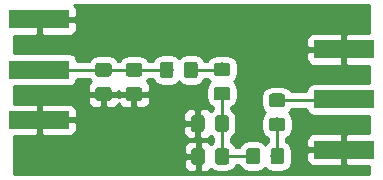
<source format=gbr>
G04 #@! TF.GenerationSoftware,KiCad,Pcbnew,(6.0.0-rc1-dev-305-gf0b8b21)*
G04 #@! TF.CreationDate,2020-01-07T14:49:24-08:00*
G04 #@! TF.ProjectId,Untitled,556E7469746C65642E6B696361645F70,rev?*
G04 #@! TF.SameCoordinates,Original*
G04 #@! TF.FileFunction,Copper,L1,Top,Signal*
G04 #@! TF.FilePolarity,Positive*
%FSLAX46Y46*%
G04 Gerber Fmt 4.6, Leading zero omitted, Abs format (unit mm)*
G04 Created by KiCad (PCBNEW (6.0.0-rc1-dev-305-gf0b8b21)) date Tuesday, January 07, 2020 at 02:49:24 PM*
%MOMM*%
%LPD*%
G01*
G04 APERTURE LIST*
G04 #@! TA.AperFunction,Conductor*
%ADD10C,0.100000*%
G04 #@! TD*
G04 #@! TA.AperFunction,SMDPad,CuDef*
%ADD11C,1.150000*%
G04 #@! TD*
G04 #@! TA.AperFunction,SMDPad,CuDef*
%ADD12R,5.080000X1.500000*%
G04 #@! TD*
G04 #@! TA.AperFunction,Conductor*
%ADD13C,0.250000*%
G04 #@! TD*
G04 #@! TA.AperFunction,Conductor*
%ADD14C,0.254000*%
G04 #@! TD*
G04 APERTURE END LIST*
D10*
G04 #@! TO.N,Net-(C1-Pad1)*
G04 #@! TO.C,C1*
G36*
X134053105Y-80731604D02*
X134077373Y-80735204D01*
X134101172Y-80741165D01*
X134124271Y-80749430D01*
X134146450Y-80759920D01*
X134167493Y-80772532D01*
X134187199Y-80787147D01*
X134205377Y-80803623D01*
X134221853Y-80821801D01*
X134236468Y-80841507D01*
X134249080Y-80862550D01*
X134259570Y-80884729D01*
X134267835Y-80907828D01*
X134273796Y-80931627D01*
X134277396Y-80955895D01*
X134278600Y-80980399D01*
X134278600Y-81630401D01*
X134277396Y-81654905D01*
X134273796Y-81679173D01*
X134267835Y-81702972D01*
X134259570Y-81726071D01*
X134249080Y-81748250D01*
X134236468Y-81769293D01*
X134221853Y-81788999D01*
X134205377Y-81807177D01*
X134187199Y-81823653D01*
X134167493Y-81838268D01*
X134146450Y-81850880D01*
X134124271Y-81861370D01*
X134101172Y-81869635D01*
X134077373Y-81875596D01*
X134053105Y-81879196D01*
X134028601Y-81880400D01*
X133128599Y-81880400D01*
X133104095Y-81879196D01*
X133079827Y-81875596D01*
X133056028Y-81869635D01*
X133032929Y-81861370D01*
X133010750Y-81850880D01*
X132989707Y-81838268D01*
X132970001Y-81823653D01*
X132951823Y-81807177D01*
X132935347Y-81788999D01*
X132920732Y-81769293D01*
X132908120Y-81748250D01*
X132897630Y-81726071D01*
X132889365Y-81702972D01*
X132883404Y-81679173D01*
X132879804Y-81654905D01*
X132878600Y-81630401D01*
X132878600Y-80980399D01*
X132879804Y-80955895D01*
X132883404Y-80931627D01*
X132889365Y-80907828D01*
X132897630Y-80884729D01*
X132908120Y-80862550D01*
X132920732Y-80841507D01*
X132935347Y-80821801D01*
X132951823Y-80803623D01*
X132970001Y-80787147D01*
X132989707Y-80772532D01*
X133010750Y-80759920D01*
X133032929Y-80749430D01*
X133056028Y-80741165D01*
X133079827Y-80735204D01*
X133104095Y-80731604D01*
X133128599Y-80730400D01*
X134028601Y-80730400D01*
X134053105Y-80731604D01*
X134053105Y-80731604D01*
G37*
D11*
G04 #@! TD*
G04 #@! TO.P,C1,1*
G04 #@! TO.N,Net-(C1-Pad1)*
X133578600Y-81305400D03*
D10*
G04 #@! TO.N,GND*
G04 #@! TO.C,C1*
G36*
X134053105Y-82781604D02*
X134077373Y-82785204D01*
X134101172Y-82791165D01*
X134124271Y-82799430D01*
X134146450Y-82809920D01*
X134167493Y-82822532D01*
X134187199Y-82837147D01*
X134205377Y-82853623D01*
X134221853Y-82871801D01*
X134236468Y-82891507D01*
X134249080Y-82912550D01*
X134259570Y-82934729D01*
X134267835Y-82957828D01*
X134273796Y-82981627D01*
X134277396Y-83005895D01*
X134278600Y-83030399D01*
X134278600Y-83680401D01*
X134277396Y-83704905D01*
X134273796Y-83729173D01*
X134267835Y-83752972D01*
X134259570Y-83776071D01*
X134249080Y-83798250D01*
X134236468Y-83819293D01*
X134221853Y-83838999D01*
X134205377Y-83857177D01*
X134187199Y-83873653D01*
X134167493Y-83888268D01*
X134146450Y-83900880D01*
X134124271Y-83911370D01*
X134101172Y-83919635D01*
X134077373Y-83925596D01*
X134053105Y-83929196D01*
X134028601Y-83930400D01*
X133128599Y-83930400D01*
X133104095Y-83929196D01*
X133079827Y-83925596D01*
X133056028Y-83919635D01*
X133032929Y-83911370D01*
X133010750Y-83900880D01*
X132989707Y-83888268D01*
X132970001Y-83873653D01*
X132951823Y-83857177D01*
X132935347Y-83838999D01*
X132920732Y-83819293D01*
X132908120Y-83798250D01*
X132897630Y-83776071D01*
X132889365Y-83752972D01*
X132883404Y-83729173D01*
X132879804Y-83704905D01*
X132878600Y-83680401D01*
X132878600Y-83030399D01*
X132879804Y-83005895D01*
X132883404Y-82981627D01*
X132889365Y-82957828D01*
X132897630Y-82934729D01*
X132908120Y-82912550D01*
X132920732Y-82891507D01*
X132935347Y-82871801D01*
X132951823Y-82853623D01*
X132970001Y-82837147D01*
X132989707Y-82822532D01*
X133010750Y-82809920D01*
X133032929Y-82799430D01*
X133056028Y-82791165D01*
X133079827Y-82785204D01*
X133104095Y-82781604D01*
X133128599Y-82780400D01*
X134028601Y-82780400D01*
X134053105Y-82781604D01*
X134053105Y-82781604D01*
G37*
D11*
G04 #@! TD*
G04 #@! TO.P,C1,2*
G04 #@! TO.N,GND*
X133578600Y-83355400D03*
D10*
G04 #@! TO.N,Net-(C1-Pad1)*
G04 #@! TO.C,C2*
G36*
X139287505Y-80606604D02*
X139311773Y-80610204D01*
X139335572Y-80616165D01*
X139358671Y-80624430D01*
X139380850Y-80634920D01*
X139401893Y-80647532D01*
X139421599Y-80662147D01*
X139439777Y-80678623D01*
X139456253Y-80696801D01*
X139470868Y-80716507D01*
X139483480Y-80737550D01*
X139493970Y-80759729D01*
X139502235Y-80782828D01*
X139508196Y-80806627D01*
X139511796Y-80830895D01*
X139513000Y-80855399D01*
X139513000Y-81755401D01*
X139511796Y-81779905D01*
X139508196Y-81804173D01*
X139502235Y-81827972D01*
X139493970Y-81851071D01*
X139483480Y-81873250D01*
X139470868Y-81894293D01*
X139456253Y-81913999D01*
X139439777Y-81932177D01*
X139421599Y-81948653D01*
X139401893Y-81963268D01*
X139380850Y-81975880D01*
X139358671Y-81986370D01*
X139335572Y-81994635D01*
X139311773Y-82000596D01*
X139287505Y-82004196D01*
X139263001Y-82005400D01*
X138612999Y-82005400D01*
X138588495Y-82004196D01*
X138564227Y-82000596D01*
X138540428Y-81994635D01*
X138517329Y-81986370D01*
X138495150Y-81975880D01*
X138474107Y-81963268D01*
X138454401Y-81948653D01*
X138436223Y-81932177D01*
X138419747Y-81913999D01*
X138405132Y-81894293D01*
X138392520Y-81873250D01*
X138382030Y-81851071D01*
X138373765Y-81827972D01*
X138367804Y-81804173D01*
X138364204Y-81779905D01*
X138363000Y-81755401D01*
X138363000Y-80855399D01*
X138364204Y-80830895D01*
X138367804Y-80806627D01*
X138373765Y-80782828D01*
X138382030Y-80759729D01*
X138392520Y-80737550D01*
X138405132Y-80716507D01*
X138419747Y-80696801D01*
X138436223Y-80678623D01*
X138454401Y-80662147D01*
X138474107Y-80647532D01*
X138495150Y-80634920D01*
X138517329Y-80624430D01*
X138540428Y-80616165D01*
X138564227Y-80610204D01*
X138588495Y-80606604D01*
X138612999Y-80605400D01*
X139263001Y-80605400D01*
X139287505Y-80606604D01*
X139287505Y-80606604D01*
G37*
D11*
G04 #@! TD*
G04 #@! TO.P,C2,2*
G04 #@! TO.N,Net-(C1-Pad1)*
X138938000Y-81305400D03*
D10*
G04 #@! TO.N,Net-(C2-Pad1)*
G04 #@! TO.C,C2*
G36*
X141337505Y-80606604D02*
X141361773Y-80610204D01*
X141385572Y-80616165D01*
X141408671Y-80624430D01*
X141430850Y-80634920D01*
X141451893Y-80647532D01*
X141471599Y-80662147D01*
X141489777Y-80678623D01*
X141506253Y-80696801D01*
X141520868Y-80716507D01*
X141533480Y-80737550D01*
X141543970Y-80759729D01*
X141552235Y-80782828D01*
X141558196Y-80806627D01*
X141561796Y-80830895D01*
X141563000Y-80855399D01*
X141563000Y-81755401D01*
X141561796Y-81779905D01*
X141558196Y-81804173D01*
X141552235Y-81827972D01*
X141543970Y-81851071D01*
X141533480Y-81873250D01*
X141520868Y-81894293D01*
X141506253Y-81913999D01*
X141489777Y-81932177D01*
X141471599Y-81948653D01*
X141451893Y-81963268D01*
X141430850Y-81975880D01*
X141408671Y-81986370D01*
X141385572Y-81994635D01*
X141361773Y-82000596D01*
X141337505Y-82004196D01*
X141313001Y-82005400D01*
X140662999Y-82005400D01*
X140638495Y-82004196D01*
X140614227Y-82000596D01*
X140590428Y-81994635D01*
X140567329Y-81986370D01*
X140545150Y-81975880D01*
X140524107Y-81963268D01*
X140504401Y-81948653D01*
X140486223Y-81932177D01*
X140469747Y-81913999D01*
X140455132Y-81894293D01*
X140442520Y-81873250D01*
X140432030Y-81851071D01*
X140423765Y-81827972D01*
X140417804Y-81804173D01*
X140414204Y-81779905D01*
X140413000Y-81755401D01*
X140413000Y-80855399D01*
X140414204Y-80830895D01*
X140417804Y-80806627D01*
X140423765Y-80782828D01*
X140432030Y-80759729D01*
X140442520Y-80737550D01*
X140455132Y-80716507D01*
X140469747Y-80696801D01*
X140486223Y-80678623D01*
X140504401Y-80662147D01*
X140524107Y-80647532D01*
X140545150Y-80634920D01*
X140567329Y-80624430D01*
X140590428Y-80616165D01*
X140614227Y-80610204D01*
X140638495Y-80606604D01*
X140662999Y-80605400D01*
X141313001Y-80605400D01*
X141337505Y-80606604D01*
X141337505Y-80606604D01*
G37*
D11*
G04 #@! TD*
G04 #@! TO.P,C2,1*
G04 #@! TO.N,Net-(C2-Pad1)*
X140988000Y-81305400D03*
D10*
G04 #@! TO.N,Net-(C3-Pad1)*
G04 #@! TO.C,C3*
G36*
X143970105Y-85153204D02*
X143994373Y-85156804D01*
X144018172Y-85162765D01*
X144041271Y-85171030D01*
X144063450Y-85181520D01*
X144084493Y-85194132D01*
X144104199Y-85208747D01*
X144122377Y-85225223D01*
X144138853Y-85243401D01*
X144153468Y-85263107D01*
X144166080Y-85284150D01*
X144176570Y-85306329D01*
X144184835Y-85329428D01*
X144190796Y-85353227D01*
X144194396Y-85377495D01*
X144195600Y-85401999D01*
X144195600Y-86302001D01*
X144194396Y-86326505D01*
X144190796Y-86350773D01*
X144184835Y-86374572D01*
X144176570Y-86397671D01*
X144166080Y-86419850D01*
X144153468Y-86440893D01*
X144138853Y-86460599D01*
X144122377Y-86478777D01*
X144104199Y-86495253D01*
X144084493Y-86509868D01*
X144063450Y-86522480D01*
X144041271Y-86532970D01*
X144018172Y-86541235D01*
X143994373Y-86547196D01*
X143970105Y-86550796D01*
X143945601Y-86552000D01*
X143295599Y-86552000D01*
X143271095Y-86550796D01*
X143246827Y-86547196D01*
X143223028Y-86541235D01*
X143199929Y-86532970D01*
X143177750Y-86522480D01*
X143156707Y-86509868D01*
X143137001Y-86495253D01*
X143118823Y-86478777D01*
X143102347Y-86460599D01*
X143087732Y-86440893D01*
X143075120Y-86419850D01*
X143064630Y-86397671D01*
X143056365Y-86374572D01*
X143050404Y-86350773D01*
X143046804Y-86326505D01*
X143045600Y-86302001D01*
X143045600Y-85401999D01*
X143046804Y-85377495D01*
X143050404Y-85353227D01*
X143056365Y-85329428D01*
X143064630Y-85306329D01*
X143075120Y-85284150D01*
X143087732Y-85263107D01*
X143102347Y-85243401D01*
X143118823Y-85225223D01*
X143137001Y-85208747D01*
X143156707Y-85194132D01*
X143177750Y-85181520D01*
X143199929Y-85171030D01*
X143223028Y-85162765D01*
X143246827Y-85156804D01*
X143271095Y-85153204D01*
X143295599Y-85152000D01*
X143945601Y-85152000D01*
X143970105Y-85153204D01*
X143970105Y-85153204D01*
G37*
D11*
G04 #@! TD*
G04 #@! TO.P,C3,1*
G04 #@! TO.N,Net-(C3-Pad1)*
X143620600Y-85852000D03*
D10*
G04 #@! TO.N,GND*
G04 #@! TO.C,C3*
G36*
X141920105Y-85153204D02*
X141944373Y-85156804D01*
X141968172Y-85162765D01*
X141991271Y-85171030D01*
X142013450Y-85181520D01*
X142034493Y-85194132D01*
X142054199Y-85208747D01*
X142072377Y-85225223D01*
X142088853Y-85243401D01*
X142103468Y-85263107D01*
X142116080Y-85284150D01*
X142126570Y-85306329D01*
X142134835Y-85329428D01*
X142140796Y-85353227D01*
X142144396Y-85377495D01*
X142145600Y-85401999D01*
X142145600Y-86302001D01*
X142144396Y-86326505D01*
X142140796Y-86350773D01*
X142134835Y-86374572D01*
X142126570Y-86397671D01*
X142116080Y-86419850D01*
X142103468Y-86440893D01*
X142088853Y-86460599D01*
X142072377Y-86478777D01*
X142054199Y-86495253D01*
X142034493Y-86509868D01*
X142013450Y-86522480D01*
X141991271Y-86532970D01*
X141968172Y-86541235D01*
X141944373Y-86547196D01*
X141920105Y-86550796D01*
X141895601Y-86552000D01*
X141245599Y-86552000D01*
X141221095Y-86550796D01*
X141196827Y-86547196D01*
X141173028Y-86541235D01*
X141149929Y-86532970D01*
X141127750Y-86522480D01*
X141106707Y-86509868D01*
X141087001Y-86495253D01*
X141068823Y-86478777D01*
X141052347Y-86460599D01*
X141037732Y-86440893D01*
X141025120Y-86419850D01*
X141014630Y-86397671D01*
X141006365Y-86374572D01*
X141000404Y-86350773D01*
X140996804Y-86326505D01*
X140995600Y-86302001D01*
X140995600Y-85401999D01*
X140996804Y-85377495D01*
X141000404Y-85353227D01*
X141006365Y-85329428D01*
X141014630Y-85306329D01*
X141025120Y-85284150D01*
X141037732Y-85263107D01*
X141052347Y-85243401D01*
X141068823Y-85225223D01*
X141087001Y-85208747D01*
X141106707Y-85194132D01*
X141127750Y-85181520D01*
X141149929Y-85171030D01*
X141173028Y-85162765D01*
X141196827Y-85156804D01*
X141221095Y-85153204D01*
X141245599Y-85152000D01*
X141895601Y-85152000D01*
X141920105Y-85153204D01*
X141920105Y-85153204D01*
G37*
D11*
G04 #@! TD*
G04 #@! TO.P,C3,2*
G04 #@! TO.N,GND*
X141570600Y-85852000D03*
D10*
G04 #@! TO.N,Net-(C3-Pad1)*
G04 #@! TO.C,C4*
G36*
X146610105Y-87921804D02*
X146634373Y-87925404D01*
X146658172Y-87931365D01*
X146681271Y-87939630D01*
X146703450Y-87950120D01*
X146724493Y-87962732D01*
X146744199Y-87977347D01*
X146762377Y-87993823D01*
X146778853Y-88012001D01*
X146793468Y-88031707D01*
X146806080Y-88052750D01*
X146816570Y-88074929D01*
X146824835Y-88098028D01*
X146830796Y-88121827D01*
X146834396Y-88146095D01*
X146835600Y-88170599D01*
X146835600Y-89070601D01*
X146834396Y-89095105D01*
X146830796Y-89119373D01*
X146824835Y-89143172D01*
X146816570Y-89166271D01*
X146806080Y-89188450D01*
X146793468Y-89209493D01*
X146778853Y-89229199D01*
X146762377Y-89247377D01*
X146744199Y-89263853D01*
X146724493Y-89278468D01*
X146703450Y-89291080D01*
X146681271Y-89301570D01*
X146658172Y-89309835D01*
X146634373Y-89315796D01*
X146610105Y-89319396D01*
X146585601Y-89320600D01*
X145935599Y-89320600D01*
X145911095Y-89319396D01*
X145886827Y-89315796D01*
X145863028Y-89309835D01*
X145839929Y-89301570D01*
X145817750Y-89291080D01*
X145796707Y-89278468D01*
X145777001Y-89263853D01*
X145758823Y-89247377D01*
X145742347Y-89229199D01*
X145727732Y-89209493D01*
X145715120Y-89188450D01*
X145704630Y-89166271D01*
X145696365Y-89143172D01*
X145690404Y-89119373D01*
X145686804Y-89095105D01*
X145685600Y-89070601D01*
X145685600Y-88170599D01*
X145686804Y-88146095D01*
X145690404Y-88121827D01*
X145696365Y-88098028D01*
X145704630Y-88074929D01*
X145715120Y-88052750D01*
X145727732Y-88031707D01*
X145742347Y-88012001D01*
X145758823Y-87993823D01*
X145777001Y-87977347D01*
X145796707Y-87962732D01*
X145817750Y-87950120D01*
X145839929Y-87939630D01*
X145863028Y-87931365D01*
X145886827Y-87925404D01*
X145911095Y-87921804D01*
X145935599Y-87920600D01*
X146585601Y-87920600D01*
X146610105Y-87921804D01*
X146610105Y-87921804D01*
G37*
D11*
G04 #@! TD*
G04 #@! TO.P,C4,2*
G04 #@! TO.N,Net-(C3-Pad1)*
X146260600Y-88620600D03*
D10*
G04 #@! TO.N,Net-(C4-Pad1)*
G04 #@! TO.C,C4*
G36*
X148660105Y-87921804D02*
X148684373Y-87925404D01*
X148708172Y-87931365D01*
X148731271Y-87939630D01*
X148753450Y-87950120D01*
X148774493Y-87962732D01*
X148794199Y-87977347D01*
X148812377Y-87993823D01*
X148828853Y-88012001D01*
X148843468Y-88031707D01*
X148856080Y-88052750D01*
X148866570Y-88074929D01*
X148874835Y-88098028D01*
X148880796Y-88121827D01*
X148884396Y-88146095D01*
X148885600Y-88170599D01*
X148885600Y-89070601D01*
X148884396Y-89095105D01*
X148880796Y-89119373D01*
X148874835Y-89143172D01*
X148866570Y-89166271D01*
X148856080Y-89188450D01*
X148843468Y-89209493D01*
X148828853Y-89229199D01*
X148812377Y-89247377D01*
X148794199Y-89263853D01*
X148774493Y-89278468D01*
X148753450Y-89291080D01*
X148731271Y-89301570D01*
X148708172Y-89309835D01*
X148684373Y-89315796D01*
X148660105Y-89319396D01*
X148635601Y-89320600D01*
X147985599Y-89320600D01*
X147961095Y-89319396D01*
X147936827Y-89315796D01*
X147913028Y-89309835D01*
X147889929Y-89301570D01*
X147867750Y-89291080D01*
X147846707Y-89278468D01*
X147827001Y-89263853D01*
X147808823Y-89247377D01*
X147792347Y-89229199D01*
X147777732Y-89209493D01*
X147765120Y-89188450D01*
X147754630Y-89166271D01*
X147746365Y-89143172D01*
X147740404Y-89119373D01*
X147736804Y-89095105D01*
X147735600Y-89070601D01*
X147735600Y-88170599D01*
X147736804Y-88146095D01*
X147740404Y-88121827D01*
X147746365Y-88098028D01*
X147754630Y-88074929D01*
X147765120Y-88052750D01*
X147777732Y-88031707D01*
X147792347Y-88012001D01*
X147808823Y-87993823D01*
X147827001Y-87977347D01*
X147846707Y-87962732D01*
X147867750Y-87950120D01*
X147889929Y-87939630D01*
X147913028Y-87931365D01*
X147936827Y-87925404D01*
X147961095Y-87921804D01*
X147985599Y-87920600D01*
X148635601Y-87920600D01*
X148660105Y-87921804D01*
X148660105Y-87921804D01*
G37*
D11*
G04 #@! TD*
G04 #@! TO.P,C4,1*
G04 #@! TO.N,Net-(C4-Pad1)*
X148310600Y-88620600D03*
D12*
G04 #@! TO.P,J1,2*
G04 #@! TO.N,GND*
X128143000Y-77047001D03*
X128143000Y-85547001D03*
G04 #@! TO.P,J1,1*
G04 #@! TO.N,Net-(C1-Pad1)*
X128143000Y-81297001D03*
G04 #@! TD*
G04 #@! TO.P,J2,1*
G04 #@! TO.N,Net-(J2-Pad1)*
X153949400Y-83820000D03*
G04 #@! TO.P,J2,2*
G04 #@! TO.N,GND*
X153949400Y-79570000D03*
X153949400Y-88070000D03*
G04 #@! TD*
D10*
G04 #@! TO.N,Net-(C1-Pad1)*
G04 #@! TO.C,L1*
G36*
X136643905Y-80731604D02*
X136668173Y-80735204D01*
X136691972Y-80741165D01*
X136715071Y-80749430D01*
X136737250Y-80759920D01*
X136758293Y-80772532D01*
X136777999Y-80787147D01*
X136796177Y-80803623D01*
X136812653Y-80821801D01*
X136827268Y-80841507D01*
X136839880Y-80862550D01*
X136850370Y-80884729D01*
X136858635Y-80907828D01*
X136864596Y-80931627D01*
X136868196Y-80955895D01*
X136869400Y-80980399D01*
X136869400Y-81630401D01*
X136868196Y-81654905D01*
X136864596Y-81679173D01*
X136858635Y-81702972D01*
X136850370Y-81726071D01*
X136839880Y-81748250D01*
X136827268Y-81769293D01*
X136812653Y-81788999D01*
X136796177Y-81807177D01*
X136777999Y-81823653D01*
X136758293Y-81838268D01*
X136737250Y-81850880D01*
X136715071Y-81861370D01*
X136691972Y-81869635D01*
X136668173Y-81875596D01*
X136643905Y-81879196D01*
X136619401Y-81880400D01*
X135719399Y-81880400D01*
X135694895Y-81879196D01*
X135670627Y-81875596D01*
X135646828Y-81869635D01*
X135623729Y-81861370D01*
X135601550Y-81850880D01*
X135580507Y-81838268D01*
X135560801Y-81823653D01*
X135542623Y-81807177D01*
X135526147Y-81788999D01*
X135511532Y-81769293D01*
X135498920Y-81748250D01*
X135488430Y-81726071D01*
X135480165Y-81702972D01*
X135474204Y-81679173D01*
X135470604Y-81654905D01*
X135469400Y-81630401D01*
X135469400Y-80980399D01*
X135470604Y-80955895D01*
X135474204Y-80931627D01*
X135480165Y-80907828D01*
X135488430Y-80884729D01*
X135498920Y-80862550D01*
X135511532Y-80841507D01*
X135526147Y-80821801D01*
X135542623Y-80803623D01*
X135560801Y-80787147D01*
X135580507Y-80772532D01*
X135601550Y-80759920D01*
X135623729Y-80749430D01*
X135646828Y-80741165D01*
X135670627Y-80735204D01*
X135694895Y-80731604D01*
X135719399Y-80730400D01*
X136619401Y-80730400D01*
X136643905Y-80731604D01*
X136643905Y-80731604D01*
G37*
D11*
G04 #@! TD*
G04 #@! TO.P,L1,1*
G04 #@! TO.N,Net-(C1-Pad1)*
X136169400Y-81305400D03*
D10*
G04 #@! TO.N,GND*
G04 #@! TO.C,L1*
G36*
X136643905Y-82781604D02*
X136668173Y-82785204D01*
X136691972Y-82791165D01*
X136715071Y-82799430D01*
X136737250Y-82809920D01*
X136758293Y-82822532D01*
X136777999Y-82837147D01*
X136796177Y-82853623D01*
X136812653Y-82871801D01*
X136827268Y-82891507D01*
X136839880Y-82912550D01*
X136850370Y-82934729D01*
X136858635Y-82957828D01*
X136864596Y-82981627D01*
X136868196Y-83005895D01*
X136869400Y-83030399D01*
X136869400Y-83680401D01*
X136868196Y-83704905D01*
X136864596Y-83729173D01*
X136858635Y-83752972D01*
X136850370Y-83776071D01*
X136839880Y-83798250D01*
X136827268Y-83819293D01*
X136812653Y-83838999D01*
X136796177Y-83857177D01*
X136777999Y-83873653D01*
X136758293Y-83888268D01*
X136737250Y-83900880D01*
X136715071Y-83911370D01*
X136691972Y-83919635D01*
X136668173Y-83925596D01*
X136643905Y-83929196D01*
X136619401Y-83930400D01*
X135719399Y-83930400D01*
X135694895Y-83929196D01*
X135670627Y-83925596D01*
X135646828Y-83919635D01*
X135623729Y-83911370D01*
X135601550Y-83900880D01*
X135580507Y-83888268D01*
X135560801Y-83873653D01*
X135542623Y-83857177D01*
X135526147Y-83838999D01*
X135511532Y-83819293D01*
X135498920Y-83798250D01*
X135488430Y-83776071D01*
X135480165Y-83752972D01*
X135474204Y-83729173D01*
X135470604Y-83704905D01*
X135469400Y-83680401D01*
X135469400Y-83030399D01*
X135470604Y-83005895D01*
X135474204Y-82981627D01*
X135480165Y-82957828D01*
X135488430Y-82934729D01*
X135498920Y-82912550D01*
X135511532Y-82891507D01*
X135526147Y-82871801D01*
X135542623Y-82853623D01*
X135560801Y-82837147D01*
X135580507Y-82822532D01*
X135601550Y-82809920D01*
X135623729Y-82799430D01*
X135646828Y-82791165D01*
X135670627Y-82785204D01*
X135694895Y-82781604D01*
X135719399Y-82780400D01*
X136619401Y-82780400D01*
X136643905Y-82781604D01*
X136643905Y-82781604D01*
G37*
D11*
G04 #@! TD*
G04 #@! TO.P,L1,2*
G04 #@! TO.N,GND*
X136169400Y-83355400D03*
D10*
G04 #@! TO.N,Net-(C3-Pad1)*
G04 #@! TO.C,L2*
G36*
X144095105Y-82747204D02*
X144119373Y-82750804D01*
X144143172Y-82756765D01*
X144166271Y-82765030D01*
X144188450Y-82775520D01*
X144209493Y-82788132D01*
X144229199Y-82802747D01*
X144247377Y-82819223D01*
X144263853Y-82837401D01*
X144278468Y-82857107D01*
X144291080Y-82878150D01*
X144301570Y-82900329D01*
X144309835Y-82923428D01*
X144315796Y-82947227D01*
X144319396Y-82971495D01*
X144320600Y-82995999D01*
X144320600Y-83646001D01*
X144319396Y-83670505D01*
X144315796Y-83694773D01*
X144309835Y-83718572D01*
X144301570Y-83741671D01*
X144291080Y-83763850D01*
X144278468Y-83784893D01*
X144263853Y-83804599D01*
X144247377Y-83822777D01*
X144229199Y-83839253D01*
X144209493Y-83853868D01*
X144188450Y-83866480D01*
X144166271Y-83876970D01*
X144143172Y-83885235D01*
X144119373Y-83891196D01*
X144095105Y-83894796D01*
X144070601Y-83896000D01*
X143170599Y-83896000D01*
X143146095Y-83894796D01*
X143121827Y-83891196D01*
X143098028Y-83885235D01*
X143074929Y-83876970D01*
X143052750Y-83866480D01*
X143031707Y-83853868D01*
X143012001Y-83839253D01*
X142993823Y-83822777D01*
X142977347Y-83804599D01*
X142962732Y-83784893D01*
X142950120Y-83763850D01*
X142939630Y-83741671D01*
X142931365Y-83718572D01*
X142925404Y-83694773D01*
X142921804Y-83670505D01*
X142920600Y-83646001D01*
X142920600Y-82995999D01*
X142921804Y-82971495D01*
X142925404Y-82947227D01*
X142931365Y-82923428D01*
X142939630Y-82900329D01*
X142950120Y-82878150D01*
X142962732Y-82857107D01*
X142977347Y-82837401D01*
X142993823Y-82819223D01*
X143012001Y-82802747D01*
X143031707Y-82788132D01*
X143052750Y-82775520D01*
X143074929Y-82765030D01*
X143098028Y-82756765D01*
X143121827Y-82750804D01*
X143146095Y-82747204D01*
X143170599Y-82746000D01*
X144070601Y-82746000D01*
X144095105Y-82747204D01*
X144095105Y-82747204D01*
G37*
D11*
G04 #@! TD*
G04 #@! TO.P,L2,2*
G04 #@! TO.N,Net-(C3-Pad1)*
X143620600Y-83321000D03*
D10*
G04 #@! TO.N,Net-(C2-Pad1)*
G04 #@! TO.C,L2*
G36*
X144095105Y-80697204D02*
X144119373Y-80700804D01*
X144143172Y-80706765D01*
X144166271Y-80715030D01*
X144188450Y-80725520D01*
X144209493Y-80738132D01*
X144229199Y-80752747D01*
X144247377Y-80769223D01*
X144263853Y-80787401D01*
X144278468Y-80807107D01*
X144291080Y-80828150D01*
X144301570Y-80850329D01*
X144309835Y-80873428D01*
X144315796Y-80897227D01*
X144319396Y-80921495D01*
X144320600Y-80945999D01*
X144320600Y-81596001D01*
X144319396Y-81620505D01*
X144315796Y-81644773D01*
X144309835Y-81668572D01*
X144301570Y-81691671D01*
X144291080Y-81713850D01*
X144278468Y-81734893D01*
X144263853Y-81754599D01*
X144247377Y-81772777D01*
X144229199Y-81789253D01*
X144209493Y-81803868D01*
X144188450Y-81816480D01*
X144166271Y-81826970D01*
X144143172Y-81835235D01*
X144119373Y-81841196D01*
X144095105Y-81844796D01*
X144070601Y-81846000D01*
X143170599Y-81846000D01*
X143146095Y-81844796D01*
X143121827Y-81841196D01*
X143098028Y-81835235D01*
X143074929Y-81826970D01*
X143052750Y-81816480D01*
X143031707Y-81803868D01*
X143012001Y-81789253D01*
X142993823Y-81772777D01*
X142977347Y-81754599D01*
X142962732Y-81734893D01*
X142950120Y-81713850D01*
X142939630Y-81691671D01*
X142931365Y-81668572D01*
X142925404Y-81644773D01*
X142921804Y-81620505D01*
X142920600Y-81596001D01*
X142920600Y-80945999D01*
X142921804Y-80921495D01*
X142925404Y-80897227D01*
X142931365Y-80873428D01*
X142939630Y-80850329D01*
X142950120Y-80828150D01*
X142962732Y-80807107D01*
X142977347Y-80787401D01*
X142993823Y-80769223D01*
X143012001Y-80752747D01*
X143031707Y-80738132D01*
X143052750Y-80725520D01*
X143074929Y-80715030D01*
X143098028Y-80706765D01*
X143121827Y-80700804D01*
X143146095Y-80697204D01*
X143170599Y-80696000D01*
X144070601Y-80696000D01*
X144095105Y-80697204D01*
X144095105Y-80697204D01*
G37*
D11*
G04 #@! TD*
G04 #@! TO.P,L2,1*
G04 #@! TO.N,Net-(C2-Pad1)*
X143620600Y-81271000D03*
D10*
G04 #@! TO.N,Net-(C3-Pad1)*
G04 #@! TO.C,L3*
G36*
X143995505Y-87938204D02*
X144019773Y-87941804D01*
X144043572Y-87947765D01*
X144066671Y-87956030D01*
X144088850Y-87966520D01*
X144109893Y-87979132D01*
X144129599Y-87993747D01*
X144147777Y-88010223D01*
X144164253Y-88028401D01*
X144178868Y-88048107D01*
X144191480Y-88069150D01*
X144201970Y-88091329D01*
X144210235Y-88114428D01*
X144216196Y-88138227D01*
X144219796Y-88162495D01*
X144221000Y-88186999D01*
X144221000Y-89087001D01*
X144219796Y-89111505D01*
X144216196Y-89135773D01*
X144210235Y-89159572D01*
X144201970Y-89182671D01*
X144191480Y-89204850D01*
X144178868Y-89225893D01*
X144164253Y-89245599D01*
X144147777Y-89263777D01*
X144129599Y-89280253D01*
X144109893Y-89294868D01*
X144088850Y-89307480D01*
X144066671Y-89317970D01*
X144043572Y-89326235D01*
X144019773Y-89332196D01*
X143995505Y-89335796D01*
X143971001Y-89337000D01*
X143320999Y-89337000D01*
X143296495Y-89335796D01*
X143272227Y-89332196D01*
X143248428Y-89326235D01*
X143225329Y-89317970D01*
X143203150Y-89307480D01*
X143182107Y-89294868D01*
X143162401Y-89280253D01*
X143144223Y-89263777D01*
X143127747Y-89245599D01*
X143113132Y-89225893D01*
X143100520Y-89204850D01*
X143090030Y-89182671D01*
X143081765Y-89159572D01*
X143075804Y-89135773D01*
X143072204Y-89111505D01*
X143071000Y-89087001D01*
X143071000Y-88186999D01*
X143072204Y-88162495D01*
X143075804Y-88138227D01*
X143081765Y-88114428D01*
X143090030Y-88091329D01*
X143100520Y-88069150D01*
X143113132Y-88048107D01*
X143127747Y-88028401D01*
X143144223Y-88010223D01*
X143162401Y-87993747D01*
X143182107Y-87979132D01*
X143203150Y-87966520D01*
X143225329Y-87956030D01*
X143248428Y-87947765D01*
X143272227Y-87941804D01*
X143296495Y-87938204D01*
X143320999Y-87937000D01*
X143971001Y-87937000D01*
X143995505Y-87938204D01*
X143995505Y-87938204D01*
G37*
D11*
G04 #@! TD*
G04 #@! TO.P,L3,1*
G04 #@! TO.N,Net-(C3-Pad1)*
X143646000Y-88637000D03*
D10*
G04 #@! TO.N,GND*
G04 #@! TO.C,L3*
G36*
X141945505Y-87938204D02*
X141969773Y-87941804D01*
X141993572Y-87947765D01*
X142016671Y-87956030D01*
X142038850Y-87966520D01*
X142059893Y-87979132D01*
X142079599Y-87993747D01*
X142097777Y-88010223D01*
X142114253Y-88028401D01*
X142128868Y-88048107D01*
X142141480Y-88069150D01*
X142151970Y-88091329D01*
X142160235Y-88114428D01*
X142166196Y-88138227D01*
X142169796Y-88162495D01*
X142171000Y-88186999D01*
X142171000Y-89087001D01*
X142169796Y-89111505D01*
X142166196Y-89135773D01*
X142160235Y-89159572D01*
X142151970Y-89182671D01*
X142141480Y-89204850D01*
X142128868Y-89225893D01*
X142114253Y-89245599D01*
X142097777Y-89263777D01*
X142079599Y-89280253D01*
X142059893Y-89294868D01*
X142038850Y-89307480D01*
X142016671Y-89317970D01*
X141993572Y-89326235D01*
X141969773Y-89332196D01*
X141945505Y-89335796D01*
X141921001Y-89337000D01*
X141270999Y-89337000D01*
X141246495Y-89335796D01*
X141222227Y-89332196D01*
X141198428Y-89326235D01*
X141175329Y-89317970D01*
X141153150Y-89307480D01*
X141132107Y-89294868D01*
X141112401Y-89280253D01*
X141094223Y-89263777D01*
X141077747Y-89245599D01*
X141063132Y-89225893D01*
X141050520Y-89204850D01*
X141040030Y-89182671D01*
X141031765Y-89159572D01*
X141025804Y-89135773D01*
X141022204Y-89111505D01*
X141021000Y-89087001D01*
X141021000Y-88186999D01*
X141022204Y-88162495D01*
X141025804Y-88138227D01*
X141031765Y-88114428D01*
X141040030Y-88091329D01*
X141050520Y-88069150D01*
X141063132Y-88048107D01*
X141077747Y-88028401D01*
X141094223Y-88010223D01*
X141112401Y-87993747D01*
X141132107Y-87979132D01*
X141153150Y-87966520D01*
X141175329Y-87956030D01*
X141198428Y-87947765D01*
X141222227Y-87941804D01*
X141246495Y-87938204D01*
X141270999Y-87937000D01*
X141921001Y-87937000D01*
X141945505Y-87938204D01*
X141945505Y-87938204D01*
G37*
D11*
G04 #@! TD*
G04 #@! TO.P,L3,2*
G04 #@! TO.N,GND*
X141596000Y-88637000D03*
D10*
G04 #@! TO.N,Net-(J2-Pad1)*
G04 #@! TO.C,L4*
G36*
X148750705Y-83313404D02*
X148774973Y-83317004D01*
X148798772Y-83322965D01*
X148821871Y-83331230D01*
X148844050Y-83341720D01*
X148865093Y-83354332D01*
X148884799Y-83368947D01*
X148902977Y-83385423D01*
X148919453Y-83403601D01*
X148934068Y-83423307D01*
X148946680Y-83444350D01*
X148957170Y-83466529D01*
X148965435Y-83489628D01*
X148971396Y-83513427D01*
X148974996Y-83537695D01*
X148976200Y-83562199D01*
X148976200Y-84212201D01*
X148974996Y-84236705D01*
X148971396Y-84260973D01*
X148965435Y-84284772D01*
X148957170Y-84307871D01*
X148946680Y-84330050D01*
X148934068Y-84351093D01*
X148919453Y-84370799D01*
X148902977Y-84388977D01*
X148884799Y-84405453D01*
X148865093Y-84420068D01*
X148844050Y-84432680D01*
X148821871Y-84443170D01*
X148798772Y-84451435D01*
X148774973Y-84457396D01*
X148750705Y-84460996D01*
X148726201Y-84462200D01*
X147826199Y-84462200D01*
X147801695Y-84460996D01*
X147777427Y-84457396D01*
X147753628Y-84451435D01*
X147730529Y-84443170D01*
X147708350Y-84432680D01*
X147687307Y-84420068D01*
X147667601Y-84405453D01*
X147649423Y-84388977D01*
X147632947Y-84370799D01*
X147618332Y-84351093D01*
X147605720Y-84330050D01*
X147595230Y-84307871D01*
X147586965Y-84284772D01*
X147581004Y-84260973D01*
X147577404Y-84236705D01*
X147576200Y-84212201D01*
X147576200Y-83562199D01*
X147577404Y-83537695D01*
X147581004Y-83513427D01*
X147586965Y-83489628D01*
X147595230Y-83466529D01*
X147605720Y-83444350D01*
X147618332Y-83423307D01*
X147632947Y-83403601D01*
X147649423Y-83385423D01*
X147667601Y-83368947D01*
X147687307Y-83354332D01*
X147708350Y-83341720D01*
X147730529Y-83331230D01*
X147753628Y-83322965D01*
X147777427Y-83317004D01*
X147801695Y-83313404D01*
X147826199Y-83312200D01*
X148726201Y-83312200D01*
X148750705Y-83313404D01*
X148750705Y-83313404D01*
G37*
D11*
G04 #@! TD*
G04 #@! TO.P,L4,2*
G04 #@! TO.N,Net-(J2-Pad1)*
X148276200Y-83887200D03*
D10*
G04 #@! TO.N,Net-(C4-Pad1)*
G04 #@! TO.C,L4*
G36*
X148750705Y-85363404D02*
X148774973Y-85367004D01*
X148798772Y-85372965D01*
X148821871Y-85381230D01*
X148844050Y-85391720D01*
X148865093Y-85404332D01*
X148884799Y-85418947D01*
X148902977Y-85435423D01*
X148919453Y-85453601D01*
X148934068Y-85473307D01*
X148946680Y-85494350D01*
X148957170Y-85516529D01*
X148965435Y-85539628D01*
X148971396Y-85563427D01*
X148974996Y-85587695D01*
X148976200Y-85612199D01*
X148976200Y-86262201D01*
X148974996Y-86286705D01*
X148971396Y-86310973D01*
X148965435Y-86334772D01*
X148957170Y-86357871D01*
X148946680Y-86380050D01*
X148934068Y-86401093D01*
X148919453Y-86420799D01*
X148902977Y-86438977D01*
X148884799Y-86455453D01*
X148865093Y-86470068D01*
X148844050Y-86482680D01*
X148821871Y-86493170D01*
X148798772Y-86501435D01*
X148774973Y-86507396D01*
X148750705Y-86510996D01*
X148726201Y-86512200D01*
X147826199Y-86512200D01*
X147801695Y-86510996D01*
X147777427Y-86507396D01*
X147753628Y-86501435D01*
X147730529Y-86493170D01*
X147708350Y-86482680D01*
X147687307Y-86470068D01*
X147667601Y-86455453D01*
X147649423Y-86438977D01*
X147632947Y-86420799D01*
X147618332Y-86401093D01*
X147605720Y-86380050D01*
X147595230Y-86357871D01*
X147586965Y-86334772D01*
X147581004Y-86310973D01*
X147577404Y-86286705D01*
X147576200Y-86262201D01*
X147576200Y-85612199D01*
X147577404Y-85587695D01*
X147581004Y-85563427D01*
X147586965Y-85539628D01*
X147595230Y-85516529D01*
X147605720Y-85494350D01*
X147618332Y-85473307D01*
X147632947Y-85453601D01*
X147649423Y-85435423D01*
X147667601Y-85418947D01*
X147687307Y-85404332D01*
X147708350Y-85391720D01*
X147730529Y-85381230D01*
X147753628Y-85372965D01*
X147777427Y-85367004D01*
X147801695Y-85363404D01*
X147826199Y-85362200D01*
X148726201Y-85362200D01*
X148750705Y-85363404D01*
X148750705Y-85363404D01*
G37*
D11*
G04 #@! TD*
G04 #@! TO.P,L4,1*
G04 #@! TO.N,Net-(C4-Pad1)*
X148276200Y-85937200D03*
D13*
G04 #@! TO.N,Net-(C1-Pad1)*
X138929601Y-81297001D02*
X138938000Y-81305400D01*
X128143000Y-81297001D02*
X138929601Y-81297001D01*
G04 #@! TO.N,Net-(C2-Pad1)*
X143586200Y-81305400D02*
X143620600Y-81271000D01*
X140988000Y-81305400D02*
X143586200Y-81305400D01*
G04 #@! TO.N,Net-(C3-Pad1)*
X143620600Y-83321000D02*
X143620600Y-85852000D01*
X146244200Y-88637000D02*
X146260600Y-88620600D01*
X143646000Y-88637000D02*
X146244200Y-88637000D01*
X143620600Y-88611600D02*
X143646000Y-88637000D01*
X143620600Y-85852000D02*
X143620600Y-88611600D01*
G04 #@! TO.N,Net-(C4-Pad1)*
X148310600Y-85971600D02*
X148276200Y-85937200D01*
X148310600Y-88620600D02*
X148310600Y-85971600D01*
G04 #@! TO.N,Net-(J2-Pad1)*
X153882200Y-83887200D02*
X153949400Y-83820000D01*
X148276200Y-83887200D02*
X153882200Y-83887200D01*
G04 #@! TD*
D14*
G04 #@! TO.N,GND*
G36*
X132494014Y-82264986D02*
X132495197Y-82265777D01*
X132340273Y-82420702D01*
X132243600Y-82654091D01*
X132243600Y-83069650D01*
X132402350Y-83228400D01*
X133451600Y-83228400D01*
X133451600Y-83208400D01*
X133705600Y-83208400D01*
X133705600Y-83228400D01*
X134754850Y-83228400D01*
X134874000Y-83109250D01*
X134993150Y-83228400D01*
X136042400Y-83228400D01*
X136042400Y-83208400D01*
X136296400Y-83208400D01*
X136296400Y-83228400D01*
X137345650Y-83228400D01*
X137504400Y-83069650D01*
X137504400Y-82654091D01*
X137407727Y-82420702D01*
X137252803Y-82265777D01*
X137253986Y-82264986D01*
X137392958Y-82057001D01*
X137775552Y-82057001D01*
X137783873Y-82098836D01*
X137978414Y-82389986D01*
X138269564Y-82584527D01*
X138612999Y-82652840D01*
X139263001Y-82652840D01*
X139606436Y-82584527D01*
X139897586Y-82389986D01*
X139963000Y-82292087D01*
X140028414Y-82389986D01*
X140319564Y-82584527D01*
X140662999Y-82652840D01*
X141313001Y-82652840D01*
X141656436Y-82584527D01*
X141947586Y-82389986D01*
X142142127Y-82098836D01*
X142148778Y-82065400D01*
X142425640Y-82065400D01*
X142536014Y-82230586D01*
X142633913Y-82296000D01*
X142536014Y-82361414D01*
X142341473Y-82652564D01*
X142273160Y-82995999D01*
X142273160Y-83646001D01*
X142341473Y-83989436D01*
X142536014Y-84280586D01*
X142827164Y-84475127D01*
X142860600Y-84481778D01*
X142860601Y-84634054D01*
X142661014Y-84767414D01*
X142660223Y-84768597D01*
X142505298Y-84613673D01*
X142271909Y-84517000D01*
X141856350Y-84517000D01*
X141697600Y-84675750D01*
X141697600Y-85725000D01*
X141717600Y-85725000D01*
X141717600Y-85979000D01*
X141697600Y-85979000D01*
X141697600Y-87028250D01*
X141856350Y-87187000D01*
X142271909Y-87187000D01*
X142505298Y-87090327D01*
X142660223Y-86935403D01*
X142661014Y-86936586D01*
X142860600Y-87069946D01*
X142860601Y-87436026D01*
X142686414Y-87552414D01*
X142685623Y-87553597D01*
X142530698Y-87398673D01*
X142297309Y-87302000D01*
X141881750Y-87302000D01*
X141723000Y-87460750D01*
X141723000Y-88510000D01*
X141743000Y-88510000D01*
X141743000Y-88764000D01*
X141723000Y-88764000D01*
X141723000Y-89813250D01*
X141881750Y-89972000D01*
X142297309Y-89972000D01*
X142530698Y-89875327D01*
X142685623Y-89720403D01*
X142686414Y-89721586D01*
X142977564Y-89916127D01*
X143320999Y-89984440D01*
X143971001Y-89984440D01*
X144314436Y-89916127D01*
X144605586Y-89721586D01*
X144800127Y-89430436D01*
X144806778Y-89397000D01*
X145103084Y-89397000D01*
X145106473Y-89414036D01*
X145301014Y-89705186D01*
X145592164Y-89899727D01*
X145935599Y-89968040D01*
X146585601Y-89968040D01*
X146929036Y-89899727D01*
X147220186Y-89705186D01*
X147285600Y-89607287D01*
X147351014Y-89705186D01*
X147642164Y-89899727D01*
X147985599Y-89968040D01*
X148635601Y-89968040D01*
X148979036Y-89899727D01*
X149270186Y-89705186D01*
X149464727Y-89414036D01*
X149533040Y-89070601D01*
X149533040Y-88355750D01*
X150774400Y-88355750D01*
X150774400Y-88946309D01*
X150871073Y-89179698D01*
X151049701Y-89358327D01*
X151283090Y-89455000D01*
X153663650Y-89455000D01*
X153822400Y-89296250D01*
X153822400Y-88197000D01*
X150933150Y-88197000D01*
X150774400Y-88355750D01*
X149533040Y-88355750D01*
X149533040Y-88170599D01*
X149464727Y-87827164D01*
X149270186Y-87536014D01*
X149070600Y-87402654D01*
X149070600Y-87193691D01*
X150774400Y-87193691D01*
X150774400Y-87784250D01*
X150933150Y-87943000D01*
X153822400Y-87943000D01*
X153822400Y-86843750D01*
X153663650Y-86685000D01*
X151283090Y-86685000D01*
X151049701Y-86781673D01*
X150871073Y-86960302D01*
X150774400Y-87193691D01*
X149070600Y-87193691D01*
X149070600Y-87090683D01*
X149360786Y-86896786D01*
X149555327Y-86605636D01*
X149623640Y-86262201D01*
X149623640Y-85612199D01*
X149555327Y-85268764D01*
X149360786Y-84977614D01*
X149262887Y-84912200D01*
X149360786Y-84846786D01*
X149494146Y-84647200D01*
X150777316Y-84647200D01*
X150811243Y-84817765D01*
X150951591Y-85027809D01*
X151161635Y-85168157D01*
X151409400Y-85217440D01*
X156058000Y-85217440D01*
X156058000Y-86685000D01*
X154235150Y-86685000D01*
X154076400Y-86843750D01*
X154076400Y-87943000D01*
X154096400Y-87943000D01*
X154096400Y-88197000D01*
X154076400Y-88197000D01*
X154076400Y-89296250D01*
X154235150Y-89455000D01*
X156058000Y-89455000D01*
X156058000Y-90145000D01*
X126009000Y-90145000D01*
X126009000Y-88922750D01*
X140386000Y-88922750D01*
X140386000Y-89463310D01*
X140482673Y-89696699D01*
X140661302Y-89875327D01*
X140894691Y-89972000D01*
X141310250Y-89972000D01*
X141469000Y-89813250D01*
X141469000Y-88764000D01*
X140544750Y-88764000D01*
X140386000Y-88922750D01*
X126009000Y-88922750D01*
X126009000Y-87810690D01*
X140386000Y-87810690D01*
X140386000Y-88351250D01*
X140544750Y-88510000D01*
X141469000Y-88510000D01*
X141469000Y-87460750D01*
X141310250Y-87302000D01*
X140894691Y-87302000D01*
X140661302Y-87398673D01*
X140482673Y-87577301D01*
X140386000Y-87810690D01*
X126009000Y-87810690D01*
X126009000Y-86932001D01*
X127857250Y-86932001D01*
X128016000Y-86773251D01*
X128016000Y-85674001D01*
X128270000Y-85674001D01*
X128270000Y-86773251D01*
X128428750Y-86932001D01*
X130809310Y-86932001D01*
X131042699Y-86835328D01*
X131221327Y-86656699D01*
X131318000Y-86423310D01*
X131318000Y-86137750D01*
X140360600Y-86137750D01*
X140360600Y-86678310D01*
X140457273Y-86911699D01*
X140635902Y-87090327D01*
X140869291Y-87187000D01*
X141284850Y-87187000D01*
X141443600Y-87028250D01*
X141443600Y-85979000D01*
X140519350Y-85979000D01*
X140360600Y-86137750D01*
X131318000Y-86137750D01*
X131318000Y-85832751D01*
X131159250Y-85674001D01*
X128270000Y-85674001D01*
X128016000Y-85674001D01*
X127996000Y-85674001D01*
X127996000Y-85420001D01*
X128016000Y-85420001D01*
X128016000Y-84320751D01*
X128270000Y-84320751D01*
X128270000Y-85420001D01*
X131159250Y-85420001D01*
X131318000Y-85261251D01*
X131318000Y-85025690D01*
X140360600Y-85025690D01*
X140360600Y-85566250D01*
X140519350Y-85725000D01*
X141443600Y-85725000D01*
X141443600Y-84675750D01*
X141284850Y-84517000D01*
X140869291Y-84517000D01*
X140635902Y-84613673D01*
X140457273Y-84792301D01*
X140360600Y-85025690D01*
X131318000Y-85025690D01*
X131318000Y-84670692D01*
X131221327Y-84437303D01*
X131042699Y-84258674D01*
X130809310Y-84162001D01*
X128428750Y-84162001D01*
X128270000Y-84320751D01*
X128016000Y-84320751D01*
X127857250Y-84162001D01*
X126009000Y-84162001D01*
X126009000Y-83641150D01*
X132243600Y-83641150D01*
X132243600Y-84056709D01*
X132340273Y-84290098D01*
X132518901Y-84468727D01*
X132752290Y-84565400D01*
X133292850Y-84565400D01*
X133451600Y-84406650D01*
X133451600Y-83482400D01*
X133705600Y-83482400D01*
X133705600Y-84406650D01*
X133864350Y-84565400D01*
X134404910Y-84565400D01*
X134638299Y-84468727D01*
X134816927Y-84290098D01*
X134874000Y-84152312D01*
X134931073Y-84290098D01*
X135109701Y-84468727D01*
X135343090Y-84565400D01*
X135883650Y-84565400D01*
X136042400Y-84406650D01*
X136042400Y-83482400D01*
X136296400Y-83482400D01*
X136296400Y-84406650D01*
X136455150Y-84565400D01*
X136995710Y-84565400D01*
X137229099Y-84468727D01*
X137407727Y-84290098D01*
X137504400Y-84056709D01*
X137504400Y-83641150D01*
X137345650Y-83482400D01*
X136296400Y-83482400D01*
X136042400Y-83482400D01*
X134993150Y-83482400D01*
X134874000Y-83601550D01*
X134754850Y-83482400D01*
X133705600Y-83482400D01*
X133451600Y-83482400D01*
X132402350Y-83482400D01*
X132243600Y-83641150D01*
X126009000Y-83641150D01*
X126009000Y-82694441D01*
X130683000Y-82694441D01*
X130930765Y-82645158D01*
X131140809Y-82504810D01*
X131281157Y-82294766D01*
X131328451Y-82057001D01*
X132355042Y-82057001D01*
X132494014Y-82264986D01*
X132494014Y-82264986D01*
G37*
X132494014Y-82264986D02*
X132495197Y-82265777D01*
X132340273Y-82420702D01*
X132243600Y-82654091D01*
X132243600Y-83069650D01*
X132402350Y-83228400D01*
X133451600Y-83228400D01*
X133451600Y-83208400D01*
X133705600Y-83208400D01*
X133705600Y-83228400D01*
X134754850Y-83228400D01*
X134874000Y-83109250D01*
X134993150Y-83228400D01*
X136042400Y-83228400D01*
X136042400Y-83208400D01*
X136296400Y-83208400D01*
X136296400Y-83228400D01*
X137345650Y-83228400D01*
X137504400Y-83069650D01*
X137504400Y-82654091D01*
X137407727Y-82420702D01*
X137252803Y-82265777D01*
X137253986Y-82264986D01*
X137392958Y-82057001D01*
X137775552Y-82057001D01*
X137783873Y-82098836D01*
X137978414Y-82389986D01*
X138269564Y-82584527D01*
X138612999Y-82652840D01*
X139263001Y-82652840D01*
X139606436Y-82584527D01*
X139897586Y-82389986D01*
X139963000Y-82292087D01*
X140028414Y-82389986D01*
X140319564Y-82584527D01*
X140662999Y-82652840D01*
X141313001Y-82652840D01*
X141656436Y-82584527D01*
X141947586Y-82389986D01*
X142142127Y-82098836D01*
X142148778Y-82065400D01*
X142425640Y-82065400D01*
X142536014Y-82230586D01*
X142633913Y-82296000D01*
X142536014Y-82361414D01*
X142341473Y-82652564D01*
X142273160Y-82995999D01*
X142273160Y-83646001D01*
X142341473Y-83989436D01*
X142536014Y-84280586D01*
X142827164Y-84475127D01*
X142860600Y-84481778D01*
X142860601Y-84634054D01*
X142661014Y-84767414D01*
X142660223Y-84768597D01*
X142505298Y-84613673D01*
X142271909Y-84517000D01*
X141856350Y-84517000D01*
X141697600Y-84675750D01*
X141697600Y-85725000D01*
X141717600Y-85725000D01*
X141717600Y-85979000D01*
X141697600Y-85979000D01*
X141697600Y-87028250D01*
X141856350Y-87187000D01*
X142271909Y-87187000D01*
X142505298Y-87090327D01*
X142660223Y-86935403D01*
X142661014Y-86936586D01*
X142860600Y-87069946D01*
X142860601Y-87436026D01*
X142686414Y-87552414D01*
X142685623Y-87553597D01*
X142530698Y-87398673D01*
X142297309Y-87302000D01*
X141881750Y-87302000D01*
X141723000Y-87460750D01*
X141723000Y-88510000D01*
X141743000Y-88510000D01*
X141743000Y-88764000D01*
X141723000Y-88764000D01*
X141723000Y-89813250D01*
X141881750Y-89972000D01*
X142297309Y-89972000D01*
X142530698Y-89875327D01*
X142685623Y-89720403D01*
X142686414Y-89721586D01*
X142977564Y-89916127D01*
X143320999Y-89984440D01*
X143971001Y-89984440D01*
X144314436Y-89916127D01*
X144605586Y-89721586D01*
X144800127Y-89430436D01*
X144806778Y-89397000D01*
X145103084Y-89397000D01*
X145106473Y-89414036D01*
X145301014Y-89705186D01*
X145592164Y-89899727D01*
X145935599Y-89968040D01*
X146585601Y-89968040D01*
X146929036Y-89899727D01*
X147220186Y-89705186D01*
X147285600Y-89607287D01*
X147351014Y-89705186D01*
X147642164Y-89899727D01*
X147985599Y-89968040D01*
X148635601Y-89968040D01*
X148979036Y-89899727D01*
X149270186Y-89705186D01*
X149464727Y-89414036D01*
X149533040Y-89070601D01*
X149533040Y-88355750D01*
X150774400Y-88355750D01*
X150774400Y-88946309D01*
X150871073Y-89179698D01*
X151049701Y-89358327D01*
X151283090Y-89455000D01*
X153663650Y-89455000D01*
X153822400Y-89296250D01*
X153822400Y-88197000D01*
X150933150Y-88197000D01*
X150774400Y-88355750D01*
X149533040Y-88355750D01*
X149533040Y-88170599D01*
X149464727Y-87827164D01*
X149270186Y-87536014D01*
X149070600Y-87402654D01*
X149070600Y-87193691D01*
X150774400Y-87193691D01*
X150774400Y-87784250D01*
X150933150Y-87943000D01*
X153822400Y-87943000D01*
X153822400Y-86843750D01*
X153663650Y-86685000D01*
X151283090Y-86685000D01*
X151049701Y-86781673D01*
X150871073Y-86960302D01*
X150774400Y-87193691D01*
X149070600Y-87193691D01*
X149070600Y-87090683D01*
X149360786Y-86896786D01*
X149555327Y-86605636D01*
X149623640Y-86262201D01*
X149623640Y-85612199D01*
X149555327Y-85268764D01*
X149360786Y-84977614D01*
X149262887Y-84912200D01*
X149360786Y-84846786D01*
X149494146Y-84647200D01*
X150777316Y-84647200D01*
X150811243Y-84817765D01*
X150951591Y-85027809D01*
X151161635Y-85168157D01*
X151409400Y-85217440D01*
X156058000Y-85217440D01*
X156058000Y-86685000D01*
X154235150Y-86685000D01*
X154076400Y-86843750D01*
X154076400Y-87943000D01*
X154096400Y-87943000D01*
X154096400Y-88197000D01*
X154076400Y-88197000D01*
X154076400Y-89296250D01*
X154235150Y-89455000D01*
X156058000Y-89455000D01*
X156058000Y-90145000D01*
X126009000Y-90145000D01*
X126009000Y-88922750D01*
X140386000Y-88922750D01*
X140386000Y-89463310D01*
X140482673Y-89696699D01*
X140661302Y-89875327D01*
X140894691Y-89972000D01*
X141310250Y-89972000D01*
X141469000Y-89813250D01*
X141469000Y-88764000D01*
X140544750Y-88764000D01*
X140386000Y-88922750D01*
X126009000Y-88922750D01*
X126009000Y-87810690D01*
X140386000Y-87810690D01*
X140386000Y-88351250D01*
X140544750Y-88510000D01*
X141469000Y-88510000D01*
X141469000Y-87460750D01*
X141310250Y-87302000D01*
X140894691Y-87302000D01*
X140661302Y-87398673D01*
X140482673Y-87577301D01*
X140386000Y-87810690D01*
X126009000Y-87810690D01*
X126009000Y-86932001D01*
X127857250Y-86932001D01*
X128016000Y-86773251D01*
X128016000Y-85674001D01*
X128270000Y-85674001D01*
X128270000Y-86773251D01*
X128428750Y-86932001D01*
X130809310Y-86932001D01*
X131042699Y-86835328D01*
X131221327Y-86656699D01*
X131318000Y-86423310D01*
X131318000Y-86137750D01*
X140360600Y-86137750D01*
X140360600Y-86678310D01*
X140457273Y-86911699D01*
X140635902Y-87090327D01*
X140869291Y-87187000D01*
X141284850Y-87187000D01*
X141443600Y-87028250D01*
X141443600Y-85979000D01*
X140519350Y-85979000D01*
X140360600Y-86137750D01*
X131318000Y-86137750D01*
X131318000Y-85832751D01*
X131159250Y-85674001D01*
X128270000Y-85674001D01*
X128016000Y-85674001D01*
X127996000Y-85674001D01*
X127996000Y-85420001D01*
X128016000Y-85420001D01*
X128016000Y-84320751D01*
X128270000Y-84320751D01*
X128270000Y-85420001D01*
X131159250Y-85420001D01*
X131318000Y-85261251D01*
X131318000Y-85025690D01*
X140360600Y-85025690D01*
X140360600Y-85566250D01*
X140519350Y-85725000D01*
X141443600Y-85725000D01*
X141443600Y-84675750D01*
X141284850Y-84517000D01*
X140869291Y-84517000D01*
X140635902Y-84613673D01*
X140457273Y-84792301D01*
X140360600Y-85025690D01*
X131318000Y-85025690D01*
X131318000Y-84670692D01*
X131221327Y-84437303D01*
X131042699Y-84258674D01*
X130809310Y-84162001D01*
X128428750Y-84162001D01*
X128270000Y-84320751D01*
X128016000Y-84320751D01*
X127857250Y-84162001D01*
X126009000Y-84162001D01*
X126009000Y-83641150D01*
X132243600Y-83641150D01*
X132243600Y-84056709D01*
X132340273Y-84290098D01*
X132518901Y-84468727D01*
X132752290Y-84565400D01*
X133292850Y-84565400D01*
X133451600Y-84406650D01*
X133451600Y-83482400D01*
X133705600Y-83482400D01*
X133705600Y-84406650D01*
X133864350Y-84565400D01*
X134404910Y-84565400D01*
X134638299Y-84468727D01*
X134816927Y-84290098D01*
X134874000Y-84152312D01*
X134931073Y-84290098D01*
X135109701Y-84468727D01*
X135343090Y-84565400D01*
X135883650Y-84565400D01*
X136042400Y-84406650D01*
X136042400Y-83482400D01*
X136296400Y-83482400D01*
X136296400Y-84406650D01*
X136455150Y-84565400D01*
X136995710Y-84565400D01*
X137229099Y-84468727D01*
X137407727Y-84290098D01*
X137504400Y-84056709D01*
X137504400Y-83641150D01*
X137345650Y-83482400D01*
X136296400Y-83482400D01*
X136042400Y-83482400D01*
X134993150Y-83482400D01*
X134874000Y-83601550D01*
X134754850Y-83482400D01*
X133705600Y-83482400D01*
X133451600Y-83482400D01*
X132402350Y-83482400D01*
X132243600Y-83641150D01*
X126009000Y-83641150D01*
X126009000Y-82694441D01*
X130683000Y-82694441D01*
X130930765Y-82645158D01*
X131140809Y-82504810D01*
X131281157Y-82294766D01*
X131328451Y-82057001D01*
X132355042Y-82057001D01*
X132494014Y-82264986D01*
G36*
X156058001Y-78185000D02*
X154235150Y-78185000D01*
X154076400Y-78343750D01*
X154076400Y-79443000D01*
X154096400Y-79443000D01*
X154096400Y-79697000D01*
X154076400Y-79697000D01*
X154076400Y-80796250D01*
X154235150Y-80955000D01*
X156058001Y-80955000D01*
X156058001Y-82422560D01*
X151409400Y-82422560D01*
X151161635Y-82471843D01*
X150951591Y-82612191D01*
X150811243Y-82822235D01*
X150761960Y-83070000D01*
X150761960Y-83127200D01*
X149494146Y-83127200D01*
X149360786Y-82927614D01*
X149069636Y-82733073D01*
X148726201Y-82664760D01*
X147826199Y-82664760D01*
X147482764Y-82733073D01*
X147191614Y-82927614D01*
X146997073Y-83218764D01*
X146928760Y-83562199D01*
X146928760Y-84212201D01*
X146997073Y-84555636D01*
X147191614Y-84846786D01*
X147289513Y-84912200D01*
X147191614Y-84977614D01*
X146997073Y-85268764D01*
X146928760Y-85612199D01*
X146928760Y-86262201D01*
X146997073Y-86605636D01*
X147191614Y-86896786D01*
X147482764Y-87091327D01*
X147550601Y-87104820D01*
X147550600Y-87402654D01*
X147351014Y-87536014D01*
X147285600Y-87633913D01*
X147220186Y-87536014D01*
X146929036Y-87341473D01*
X146585601Y-87273160D01*
X145935599Y-87273160D01*
X145592164Y-87341473D01*
X145301014Y-87536014D01*
X145106473Y-87827164D01*
X145096560Y-87877000D01*
X144806778Y-87877000D01*
X144800127Y-87843564D01*
X144605586Y-87552414D01*
X144380600Y-87402083D01*
X144380600Y-87069946D01*
X144580186Y-86936586D01*
X144774727Y-86645436D01*
X144843040Y-86302001D01*
X144843040Y-85401999D01*
X144774727Y-85058564D01*
X144580186Y-84767414D01*
X144380600Y-84634054D01*
X144380600Y-84481778D01*
X144414036Y-84475127D01*
X144705186Y-84280586D01*
X144899727Y-83989436D01*
X144968040Y-83646001D01*
X144968040Y-82995999D01*
X144899727Y-82652564D01*
X144705186Y-82361414D01*
X144607287Y-82296000D01*
X144705186Y-82230586D01*
X144899727Y-81939436D01*
X144968040Y-81596001D01*
X144968040Y-80945999D01*
X144899727Y-80602564D01*
X144705186Y-80311414D01*
X144414036Y-80116873D01*
X144070601Y-80048560D01*
X143170599Y-80048560D01*
X142827164Y-80116873D01*
X142536014Y-80311414D01*
X142379669Y-80545400D01*
X142148778Y-80545400D01*
X142142127Y-80511964D01*
X141947586Y-80220814D01*
X141656436Y-80026273D01*
X141313001Y-79957960D01*
X140662999Y-79957960D01*
X140319564Y-80026273D01*
X140028414Y-80220814D01*
X139963000Y-80318713D01*
X139897586Y-80220814D01*
X139606436Y-80026273D01*
X139263001Y-79957960D01*
X138612999Y-79957960D01*
X138269564Y-80026273D01*
X137978414Y-80220814D01*
X137783873Y-80511964D01*
X137778893Y-80537001D01*
X137381734Y-80537001D01*
X137253986Y-80345814D01*
X136962836Y-80151273D01*
X136619401Y-80082960D01*
X135719399Y-80082960D01*
X135375964Y-80151273D01*
X135084814Y-80345814D01*
X134957066Y-80537001D01*
X134790934Y-80537001D01*
X134663186Y-80345814D01*
X134372036Y-80151273D01*
X134028601Y-80082960D01*
X133128599Y-80082960D01*
X132785164Y-80151273D01*
X132494014Y-80345814D01*
X132366266Y-80537001D01*
X131328451Y-80537001D01*
X131281157Y-80299236D01*
X131140809Y-80089192D01*
X130930765Y-79948844D01*
X130683000Y-79899561D01*
X126009000Y-79899561D01*
X126009000Y-79855750D01*
X150774400Y-79855750D01*
X150774400Y-80446309D01*
X150871073Y-80679698D01*
X151049701Y-80858327D01*
X151283090Y-80955000D01*
X153663650Y-80955000D01*
X153822400Y-80796250D01*
X153822400Y-79697000D01*
X150933150Y-79697000D01*
X150774400Y-79855750D01*
X126009000Y-79855750D01*
X126009000Y-78693691D01*
X150774400Y-78693691D01*
X150774400Y-79284250D01*
X150933150Y-79443000D01*
X153822400Y-79443000D01*
X153822400Y-78343750D01*
X153663650Y-78185000D01*
X151283090Y-78185000D01*
X151049701Y-78281673D01*
X150871073Y-78460302D01*
X150774400Y-78693691D01*
X126009000Y-78693691D01*
X126009000Y-78432001D01*
X127857250Y-78432001D01*
X128016000Y-78273251D01*
X128016000Y-77174001D01*
X128270000Y-77174001D01*
X128270000Y-78273251D01*
X128428750Y-78432001D01*
X130809310Y-78432001D01*
X131042699Y-78335328D01*
X131221327Y-78156699D01*
X131318000Y-77923310D01*
X131318000Y-77332751D01*
X131159250Y-77174001D01*
X128270000Y-77174001D01*
X128016000Y-77174001D01*
X127996000Y-77174001D01*
X127996000Y-76920001D01*
X128016000Y-76920001D01*
X128016000Y-76900001D01*
X128270000Y-76900001D01*
X128270000Y-76920001D01*
X131159250Y-76920001D01*
X131318000Y-76761251D01*
X131318000Y-76170692D01*
X131221327Y-75937303D01*
X131128025Y-75844000D01*
X156058001Y-75844000D01*
X156058001Y-78185000D01*
X156058001Y-78185000D01*
G37*
X156058001Y-78185000D02*
X154235150Y-78185000D01*
X154076400Y-78343750D01*
X154076400Y-79443000D01*
X154096400Y-79443000D01*
X154096400Y-79697000D01*
X154076400Y-79697000D01*
X154076400Y-80796250D01*
X154235150Y-80955000D01*
X156058001Y-80955000D01*
X156058001Y-82422560D01*
X151409400Y-82422560D01*
X151161635Y-82471843D01*
X150951591Y-82612191D01*
X150811243Y-82822235D01*
X150761960Y-83070000D01*
X150761960Y-83127200D01*
X149494146Y-83127200D01*
X149360786Y-82927614D01*
X149069636Y-82733073D01*
X148726201Y-82664760D01*
X147826199Y-82664760D01*
X147482764Y-82733073D01*
X147191614Y-82927614D01*
X146997073Y-83218764D01*
X146928760Y-83562199D01*
X146928760Y-84212201D01*
X146997073Y-84555636D01*
X147191614Y-84846786D01*
X147289513Y-84912200D01*
X147191614Y-84977614D01*
X146997073Y-85268764D01*
X146928760Y-85612199D01*
X146928760Y-86262201D01*
X146997073Y-86605636D01*
X147191614Y-86896786D01*
X147482764Y-87091327D01*
X147550601Y-87104820D01*
X147550600Y-87402654D01*
X147351014Y-87536014D01*
X147285600Y-87633913D01*
X147220186Y-87536014D01*
X146929036Y-87341473D01*
X146585601Y-87273160D01*
X145935599Y-87273160D01*
X145592164Y-87341473D01*
X145301014Y-87536014D01*
X145106473Y-87827164D01*
X145096560Y-87877000D01*
X144806778Y-87877000D01*
X144800127Y-87843564D01*
X144605586Y-87552414D01*
X144380600Y-87402083D01*
X144380600Y-87069946D01*
X144580186Y-86936586D01*
X144774727Y-86645436D01*
X144843040Y-86302001D01*
X144843040Y-85401999D01*
X144774727Y-85058564D01*
X144580186Y-84767414D01*
X144380600Y-84634054D01*
X144380600Y-84481778D01*
X144414036Y-84475127D01*
X144705186Y-84280586D01*
X144899727Y-83989436D01*
X144968040Y-83646001D01*
X144968040Y-82995999D01*
X144899727Y-82652564D01*
X144705186Y-82361414D01*
X144607287Y-82296000D01*
X144705186Y-82230586D01*
X144899727Y-81939436D01*
X144968040Y-81596001D01*
X144968040Y-80945999D01*
X144899727Y-80602564D01*
X144705186Y-80311414D01*
X144414036Y-80116873D01*
X144070601Y-80048560D01*
X143170599Y-80048560D01*
X142827164Y-80116873D01*
X142536014Y-80311414D01*
X142379669Y-80545400D01*
X142148778Y-80545400D01*
X142142127Y-80511964D01*
X141947586Y-80220814D01*
X141656436Y-80026273D01*
X141313001Y-79957960D01*
X140662999Y-79957960D01*
X140319564Y-80026273D01*
X140028414Y-80220814D01*
X139963000Y-80318713D01*
X139897586Y-80220814D01*
X139606436Y-80026273D01*
X139263001Y-79957960D01*
X138612999Y-79957960D01*
X138269564Y-80026273D01*
X137978414Y-80220814D01*
X137783873Y-80511964D01*
X137778893Y-80537001D01*
X137381734Y-80537001D01*
X137253986Y-80345814D01*
X136962836Y-80151273D01*
X136619401Y-80082960D01*
X135719399Y-80082960D01*
X135375964Y-80151273D01*
X135084814Y-80345814D01*
X134957066Y-80537001D01*
X134790934Y-80537001D01*
X134663186Y-80345814D01*
X134372036Y-80151273D01*
X134028601Y-80082960D01*
X133128599Y-80082960D01*
X132785164Y-80151273D01*
X132494014Y-80345814D01*
X132366266Y-80537001D01*
X131328451Y-80537001D01*
X131281157Y-80299236D01*
X131140809Y-80089192D01*
X130930765Y-79948844D01*
X130683000Y-79899561D01*
X126009000Y-79899561D01*
X126009000Y-79855750D01*
X150774400Y-79855750D01*
X150774400Y-80446309D01*
X150871073Y-80679698D01*
X151049701Y-80858327D01*
X151283090Y-80955000D01*
X153663650Y-80955000D01*
X153822400Y-80796250D01*
X153822400Y-79697000D01*
X150933150Y-79697000D01*
X150774400Y-79855750D01*
X126009000Y-79855750D01*
X126009000Y-78693691D01*
X150774400Y-78693691D01*
X150774400Y-79284250D01*
X150933150Y-79443000D01*
X153822400Y-79443000D01*
X153822400Y-78343750D01*
X153663650Y-78185000D01*
X151283090Y-78185000D01*
X151049701Y-78281673D01*
X150871073Y-78460302D01*
X150774400Y-78693691D01*
X126009000Y-78693691D01*
X126009000Y-78432001D01*
X127857250Y-78432001D01*
X128016000Y-78273251D01*
X128016000Y-77174001D01*
X128270000Y-77174001D01*
X128270000Y-78273251D01*
X128428750Y-78432001D01*
X130809310Y-78432001D01*
X131042699Y-78335328D01*
X131221327Y-78156699D01*
X131318000Y-77923310D01*
X131318000Y-77332751D01*
X131159250Y-77174001D01*
X128270000Y-77174001D01*
X128016000Y-77174001D01*
X127996000Y-77174001D01*
X127996000Y-76920001D01*
X128016000Y-76920001D01*
X128016000Y-76900001D01*
X128270000Y-76900001D01*
X128270000Y-76920001D01*
X131159250Y-76920001D01*
X131318000Y-76761251D01*
X131318000Y-76170692D01*
X131221327Y-75937303D01*
X131128025Y-75844000D01*
X156058001Y-75844000D01*
X156058001Y-78185000D01*
G04 #@! TD*
M02*

</source>
